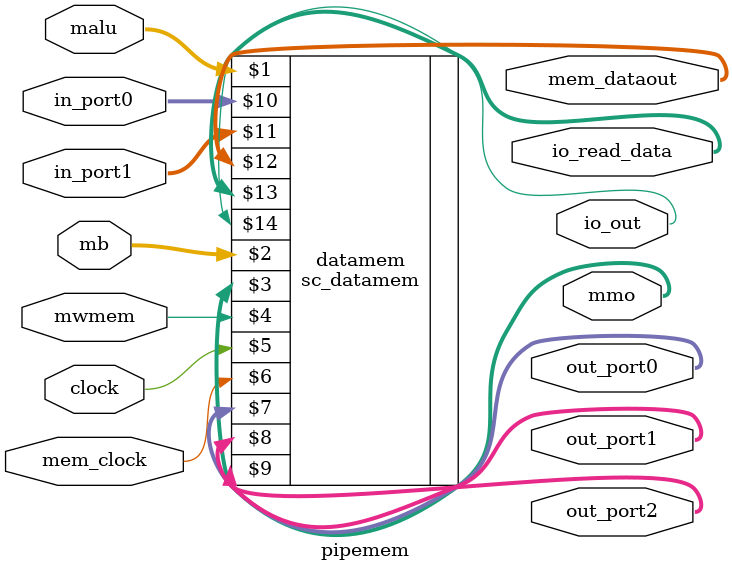
<source format=v>
module pipemem( mwmem,malu,mb,clock,mem_clock,mmo ,out_port0,out_port1,out_port2,in_port0,in_port1,mem_dataout,io_read_data,io_out);
	input 		mwmem,clock,mem_clock;
	input[31:0] malu,mb,in_port0,in_port1;
	output [31:0] mmo,out_port0,out_port1,out_port2,mem_dataout,io_read_data;
	output io_out;
	sc_datamem datamem(malu,mb,mmo,mwmem,clock,mem_clock,out_port0,out_port1,out_port2,in_port0,in_port1,mem_dataout,io_read_data,io_out);
	
endmodule

</source>
